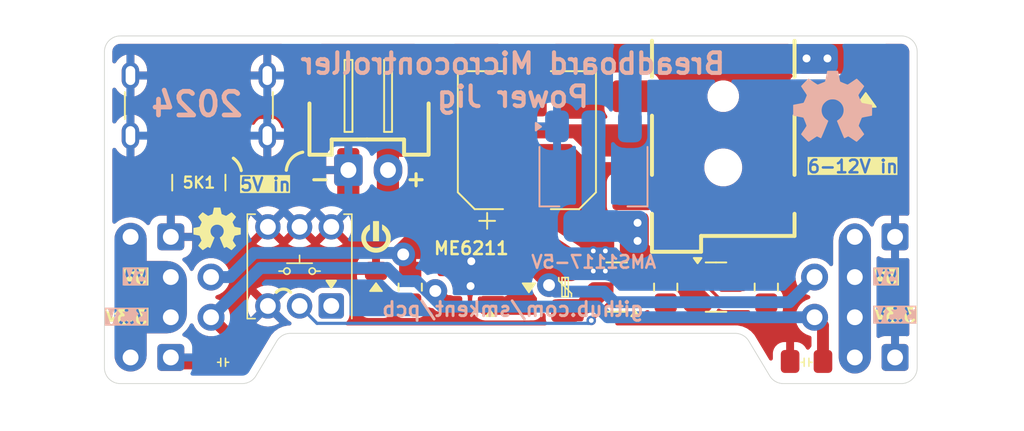
<source format=kicad_pcb>
(kicad_pcb (version 20240108) (generator "pcbnew") (generator_version "8.0")
  (layers (0 "F.Cu" signal) (31 "B.Cu" signal) (34 "B.Paste" user) (35 "F.Paste" user) (36 "B.SilkS" user "B.Silkscreen") (37 "F.SilkS" user "F.Silkscreen") (38 "B.Mask" user) (39 "F.Mask" user) (44 "Edge.Cuts" user))
  (net 0 "")
  (net 1 "GND")
  (net 2 "VOUT_LEFT")
  (net 3 "VOUT_RIGHT")
  (net 4 "Net-(J0-CC2)")
  (net 5 "Net-(J0-CC1)")
  (net 6 "Net-(Q1-G)")
  (net 7 "VIN_DC")
  (net 8 "Net-(D3-A)")
  (net 9 "VIN")
  (net 11 "DC_JACK_SWITCH")
  (net 12 "5V_OUT")
  (net 13 "3V3_OUT")
  (net 14 "PRE_FUSE")
  (net 15 "REG_5V")
  (net 16 "DC_IN_DIODE")
  (net 17 "TO_3V3_DIODE")
  (footprint "lcsc:SW-TH_6P-L7.0-W7.0-P2.00_90deg" (layer "F.Cu") (at 191.008 90.765 -90)
    (property "Reference" "SW1" (hide yes))
    (property "Value" "SW_DPDT_x2")
    (pad "1" thru_hole roundrect (at 2.5 -2) (size 1.6 1.6) (drill 0.999998) (layers "*.Cu" "*.Mask") (roundrect_rratio 0.15625))
    (pad "2" thru_hole circle (at 2.5 0) (size 1.6 1.6) (drill 0.999998) (layers "*.Cu" "*.Mask") (net 6 "Net-(Q1-G)"))
    (pad "3" thru_hole circle (at 2.5 2) (size 1.6 1.6) (drill 0.999998) (layers "*.Cu" "*.Mask") (net 1 "GND"))
    (pad "4" thru_hole circle (at -2.5 -2) (size 1.6 1.6) (drill 0.999998) (layers "*.Cu" "*.Mask") (net 1 "GND"))
    (pad "5" thru_hole circle (at -2.5 0) (size 1.6 1.6) (drill 0.999998) (layers "*.Cu" "*.Mask") (net 1 "GND"))
    (pad "6" thru_hole circle (at -2.5 2) (size 1.6 1.6) (drill 0.999998) (layers "*.Cu" "*.Mask") (net 1 "GND"))
  )
  (footprint "custom:D_SOD-323_HandSoldering_simple" (layer "F.Cu") (at 205.486 92.075 90)
    (property "Reference" "D2" (hide yes))
    (property "Value" "BAT60A")
    (pad "1" smd roundrect (at -1.25 0 90) (size 1 1) (layers "F.Cu" "F.Paste" "F.Mask") (net 17 "TO_3V3_DIODE"))
    (pad "2" smd roundrect (at 1.25 0 90) (size 1 1) (layers "F.Cu" "F.Paste" "F.Mask") (net 12 "5V_OUT"))
  )
  (footprint "custom:DC-IN_DC-050-2.0-BB_rev2" (layer "F.Cu") (at 217.7542 82.91)
    (property "Reference" "J1" (hide yes))
    (property "Value" "Barrel_Jack_Switch")
    (pad "" np_thru_hole circle (at 0 -2.9 270) (size 1.5 1.5) (drill 1.5) (layers "F&B.Cu" "*.Mask"))
    (pad "" np_thru_hole circle (at 0 1.6 270) (size 1.9 1.9) (drill 1.9) (layers "F&B.Cu" "*.Mask"))
    (pad "1" smd roundrect (at 5.75 -2.9 270) (size 2 2.5) (layers "F.Cu" "F.Paste" "F.Mask") (roundrect_rratio 0.125) (net 7 "VIN_DC"))
    (pad "1" smd roundrect (at 5.75 3.3 270) (size 2 2.5) (layers "F.Cu" "F.Paste" "F.Mask") (roundrect_rratio 0.125) (net 7 "VIN_DC"))
    (pad "2" smd roundrect (at -5.75 -2.9 270) (size 2 2.5) (layers "F.Cu" "F.Paste" "F.Mask") (roundrect_rratio 0.125) (net 1 "GND"))
    (pad "3" smd roundrect (at -5.75 3.3 270) (size 2 2.5) (layers "F.Cu" "F.Paste" "F.Mask") (roundrect_rratio 0.125) (net 11 "DC_JACK_SWITCH"))
  )
  (footprint "custom:C_0805_2012Metric_Pad1.18x1.45mm_HandSolder" (layer "F.Cu") (at 223.012 96.774 180)
    (property "Reference" "C3" (hide yes))
    (property "Value" "22uF")
    (pad "1" smd roundrect (at -1.0375 0 180) (size 1.175 1.45) (layers "F.Cu" "F.Paste" "F.Mask") (roundrect_rratio 0.212766) (net 13 "3V3_OUT"))
    (pad "2" smd roundrect (at 1.0375 0 180) (size 1.175 1.45) (layers "F.Cu" "F.Paste" "F.Mask") (roundrect_rratio 0.212766) (net 1 "GND"))
  )
  (footprint "Capacitor_SMD:CP_Elec_8x10.5" (layer "F.Cu") (at 205.359 82.787 90)
    (property "Reference" "C1" (hide yes))
    (property "Value" "1000uF")
    (pad "1" smd roundrect (at -3.7 0 90) (size 4.4 2.5) (layers "F.Cu" "F.Paste" "F.Mask") (roundrect_rratio 0.1) (net 12 "5V_OUT"))
    (pad "2" smd roundrect (at 3.7 0 90) (size 4.4 2.5) (layers "F.Cu" "F.Paste" "F.Mask") (roundrect_rratio 0.1) (net 1 "GND"))
  )
  (footprint "custom:LED_0805_2012Metric_Pad1.15x1.40mm_HandSolder_simple" (layer "F.Cu") (at 195.834 92.075 -90)
    (property "Reference" "D3" (hide yes))
    (property "Value" "LED")
    (pad "1" smd roundrect (at -1.025 0 270) (size 1.15 1.4) (layers "F.Cu" "F.Paste" "F.Mask") (roundrect_rratio 0.217391) (net 1 "GND"))
    (pad "2" smd roundrect (at 1.025 0 270) (size 1.15 1.4) (layers "F.Cu" "F.Paste" "F.Mask") (roundrect_rratio 0.217391) (net 8 "Net-(D3-A)"))
  )
  (footprint "graphics:oshw-logo-3mm" (layer "F.Cu") (at 185.801 88.392)
    (property "Reference" "G***" (hide yes))
    (property "Value" "LOGO" (hide yes))
  )
  (footprint "Package_TO_SOT_SMD:SOT-23" (layer "F.Cu") (at 211.0255 92.075 180)
    (property "Reference" "Q1" (hide yes))
    (property "Value" "AO3401A")
    (pad "1" smd roundrect (at -0.9375 -0.95 180) (size 1.475 0.6) (layers "F.Cu" "F.Paste" "F.Mask") (net 6 "Net-(Q1-G)"))
    (pad "2" smd roundrect (at -0.9375 0.95 180) (size 1.475 0.6) (layers "F.Cu" "F.Paste" "F.Mask") (net 15 "REG_5V"))
    (pad "3" smd roundrect (at 0.9375 0 180) (size 1.475 0.6) (layers "F.Cu" "F.Paste" "F.Mask") (net 14 "PRE_FUSE"))
  )
  (footprint "custom:PinHeader_2x02_P2.54mm_Vertical_simple" (layer "F.Cu") (at 182.88 91.44)
    (property "Reference" "JLEFT2" (hide yes))
    (property "Value" "Conn_02x02_Counter_Clockwise")
    (pad "1" thru_hole circle (at 0 0) (size 1.7 1.7) (drill 1) (layers "*.Cu" "*.Mask") (net 2 "VOUT_LEFT"))
    (pad "2" thru_hole oval (at 2.54 0) (size 1.7 1.7) (drill 1) (layers "*.Cu" "*.Mask") (net 12 "5V_OUT"))
    (pad "3" thru_hole oval (at 0 2.54) (size 1.7 1.7) (drill 1) (layers "*.Cu" "*.Mask") (net 2 "VOUT_LEFT"))
    (pad "4" thru_hole oval (at 2.54 2.54) (size 1.7 1.7) (drill 1) (layers "*.Cu" "*.Mask") (net 13 "3V3_OUT"))
  )
  (footprint "Resistor_SMD:R_0805_2012Metric_Pad1.20x1.40mm_HandSolder" (layer "F.Cu") (at 214.122 92.075 -90)
    (property "Reference" "R2" (hide yes))
    (property "Value" "10K")
    (pad "1" smd roundrect (at -1 0 270) (size 1.2 1.4) (layers "F.Cu" "F.Paste" "F.Mask") (roundrect_rratio 0.208333) (net 15 "REG_5V"))
    (pad "2" smd roundrect (at 1 0 270) (size 1.2 1.4) (layers "F.Cu" "F.Paste" "F.Mask") (roundrect_rratio 0.208333) (net 6 "Net-(Q1-G)"))
  )
  (footprint "Resistor_SMD:R_0805_2012Metric_Pad1.20x1.40mm_HandSolder" (layer "F.Cu") (at 220.472 92.075 90)
    (property "Reference" "R1" (hide yes))
    (property "Value" "10K")
    (pad "1" smd roundrect (at -1 0 90) (size 1.2 1.4) (layers "F.Cu" "F.Paste" "F.Mask") (roundrect_rratio 0.208333) (net 11 "DC_JACK_SWITCH"))
    (pad "2" smd roundrect (at 1 0 90) (size 1.2 1.4) (layers "F.Cu" "F.Paste" "F.Mask") (roundrect_rratio 0.208333) (net 9 "VIN"))
  )
  (footprint "custom:Fuse_1206_3216Metric_Pad1.42x1.75mm_HandSolder_simple" (layer "F.Cu") (at 207.772 92.075 90)
    (property "Reference" "F1" (hide yes))
    (property "Value" "Polyfuse")
    (pad "1" smd roundrect (at -1.4875 0 90) (size 1.425 1.75) (layers "F.Cu" "F.Paste" "F.Mask") (roundrect_rratio 0.175439) (net 14 "PRE_FUSE"))
    (pad "2" smd roundrect (at 1.4875 0 90) (size 1.425 1.75) (layers "F.Cu" "F.Paste" "F.Mask") (roundrect_rratio 0.175439) (net 12 "5V_OUT"))
  )
  (footprint "Package_TO_SOT_SMD:SOT-23" (layer "F.Cu") (at 217.297 92.075)
    (property "Reference" "Q2" (hide yes))
    (property "Value" "AO3401A")
    (pad "1" smd roundrect (at -0.9375 -0.95) (size 1.475 0.6) (layers "F.Cu" "F.Paste" "F.Mask") (net 11 "DC_JACK_SWITCH"))
    (pad "2" smd roundrect (at -0.9375 0.95) (size 1.475 0.6) (layers "F.Cu" "F.Paste" "F.Mask") (net 15 "REG_5V"))
    (pad "3" smd roundrect (at 0.9375 0) (size 1.475 0.6) (layers "F.Cu" "F.Paste" "F.Mask") (net 9 "VIN"))
  )
  (footprint "custom:D_SMA_simple" (layer "F.Cu") (at 226.7362 80.264 -90)
    (property "Reference" "D1" (hide yes))
    (property "Value" "SS34")
    (pad "1" smd roundrect (at -2 0 270) (size 2.5 1.8) (layers "F.Cu" "F.Paste" "F.Mask") (roundrect_rratio 0.1388888889) (net 16 "DC_IN_DIODE"))
    (pad "2" smd roundrect (at 2 0 270) (size 2.5 1.8) (layers "F.Cu" "F.Paste" "F.Mask") (roundrect_rratio 0.1388888889) (net 7 "VIN_DC"))
  )
  (footprint "Resistor_SMD:R_0805_2012Metric_Pad1.20x1.40mm_HandSolder" (layer "F.Cu") (at 197.993 92.075 -90)
    (property "Reference" "R6" (hide yes))
    (property "Value" "2K2")
    (pad "1" smd roundrect (at -1 0 270) (size 1.2 1.4) (layers "F.Cu" "F.Paste" "F.Mask") (roundrect_rratio 0.208333) (net 12 "5V_OUT"))
    (pad "2" smd roundrect (at 1 0 270) (size 1.2 1.4) (layers "F.Cu" "F.Paste" "F.Mask") (roundrect_rratio 0.208333) (net 8 "Net-(D3-A)"))
  )
  (footprint "custom:SOT-23-5_HandSoldering_simple" (layer "F.Cu") (at 201.85 92.009 180)
    (property "Reference" "U2" (hide yes))
    (property "Value" "ME6211C33M5")
    (pad "1" smd roundrect (at -1.35 -0.95 180) (size 1.56 0.65) (layers "F.Cu" "F.Paste" "F.Mask") (net 17 "TO_3V3_DIODE"))
    (pad "2" smd roundrect (at -1.35 0 180) (size 1.56 0.65) (layers "F.Cu" "F.Paste" "F.Mask") (net 1 "GND"))
    (pad "3" smd roundrect (at -1.35 0.95 180) (size 1.56 0.65) (layers "F.Cu" "F.Paste" "F.Mask") (net 17 "TO_3V3_DIODE"))
    (pad "4" smd roundrect (at 1.35 0.95 180) (size 1.56 0.65) (layers "F.Cu" "F.Paste" "F.Mask"))
    (pad "5" smd roundrect (at 1.35 -0.95 180) (size 1.56 0.65) (layers "F.Cu" "F.Paste" "F.Mask") (net 13 "3V3_OUT"))
  )
  (footprint "custom:C_0805_2012Metric_Pad1.18x1.45mm_HandSolder" (layer "F.Cu") (at 186.182 96.774 180)
    (property "Reference" "C2" (hide yes))
    (property "Value" "22uF")
    (pad "1" smd roundrect (at -1.0375 0 180) (size 1.175 1.45) (layers "F.Cu" "F.Paste" "F.Mask") (roundrect_rratio 0.212766) (net 13 "3V3_OUT"))
    (pad "2" smd roundrect (at 1.0375 0 180) (size 1.175 1.45) (layers "F.Cu" "F.Paste" "F.Mask") (roundrect_rratio 0.212766) (net 1 "GND"))
  )
  (footprint "Resistor_SMD:R_Array_Convex_4x0603" (layer "F.Cu") (at 184.6484 85.471 -90)
    (property "Reference" "RN1" (hide yes))
    (property "Value" "5K1")
    (pad "1" smd rect (at -0.9 -1.2 270) (size 0.8 0.5) (layers "F.Cu" "F.Paste" "F.Mask") (net 1 "GND"))
    (pad "2" smd rect (at -0.9 -0.4 270) (size 0.8 0.4) (layers "F.Cu" "F.Paste" "F.Mask") (net 5 "Net-(J0-CC1)"))
    (pad "3" smd rect (at -0.9 0.4 270) (size 0.8 0.4) (layers "F.Cu" "F.Paste" "F.Mask") (net 4 "Net-(J0-CC2)"))
    (pad "4" smd rect (at -0.9 1.2 270) (size 0.8 0.5) (layers "F.Cu" "F.Paste" "F.Mask") (net 1 "GND"))
    (pad "5" smd rect (at 0.9 1.2 270) (size 0.8 0.5) (layers "F.Cu" "F.Paste" "F.Mask") (net 1 "GND"))
    (pad "6" smd rect (at 0.9 0.4 270) (size 0.8 0.4) (layers "F.Cu" "F.Paste" "F.Mask") (net 1 "GND"))
    (pad "7" smd rect (at 0.9 -0.4 270) (size 0.8 0.4) (layers "F.Cu" "F.Paste" "F.Mask") (net 1 "GND"))
    (pad "8" smd rect (at 0.9 -1.2 270) (size 0.8 0.5) (layers "F.Cu" "F.Paste" "F.Mask") (net 1 "GND"))
  )
  (footprint "custom:PinHeader_2x02_P2.54mm_Vertical_simple" (layer "F.Cu") (at 223.52 91.44)
    (property "Reference" "JRIGHT2" (hide yes))
    (property "Value" "Conn_02x02_Counter_Clockwise")
    (pad "1" thru_hole circle (at 0 0) (size 1.7 1.7) (drill 1) (layers "*.Cu" "*.Mask") (net 12 "5V_OUT"))
    (pad "2" thru_hole oval (at 2.54 0) (size 1.7 1.7) (drill 1) (layers "*.Cu" "*.Mask") (net 3 "VOUT_RIGHT"))
    (pad "3" thru_hole oval (at 0 2.54) (size 1.7 1.7) (drill 1) (layers "*.Cu" "*.Mask") (net 13 "3V3_OUT"))
    (pad "4" thru_hole oval (at 2.54 2.54) (size 1.7 1.7) (drill 1) (layers "*.Cu" "*.Mask") (net 3 "VOUT_RIGHT"))
  )
  (footprint "custom:USB_C_Receptacle_GCT_USB4125-xx-x_6P_TopMnt_Horizontal_handsolder" (layer "F.Cu") (at 184.6504 79.502 180)
    (property "Reference" "J0" (hide yes))
    (property "Value" "USB_C_Receptacle_PowerOnly_6P")
    (pad "A5" smd roundrect (at -0.5 -3.28 180) (size 0.7 1.6) (layers "F.Cu" "F.Paste" "F.Mask") (net 5 "Net-(J0-CC1)"))
    (pad "A9" smd roundrect (at 1.52 -3.28) (size 0.76 1.6) (layers "F.Cu" "F.Paste" "F.Mask") (net 9 "VIN"))
    (pad "A12" smd roundrect (at 2.75 -3.28) (size 0.8 1.6) (layers "F.Cu" "F.Paste" "F.Mask") (net 1 "GND"))
    (pad "B5" smd roundrect (at 0.5 -3.28) (size 0.7 1.6) (layers "F.Cu" "F.Paste" "F.Mask") (net 4 "Net-(J0-CC2)"))
    (pad "B9" smd roundrect (at -1.52 -3.28 180) (size 0.76 1.6) (layers "F.Cu" "F.Paste" "F.Mask") (net 9 "VIN"))
    (pad "B12" smd roundrect (at -2.75 -3.28 180) (size 0.8 1.6) (layers "F.Cu" "F.Paste" "F.Mask") (net 1 "GND"))
    (pad "S1" thru_hole oval (at -4.32 -3 180) (size 1.1 1.7) (drill oval 0.6 1.2) (layers "*.Cu" "*.Mask" "F.Paste") (net 1 "GND"))
    (pad "S1" thru_hole oval (at -4.32 0.8 180) (size 1.1 1.7) (drill oval 0.6 1.2) (layers "*.Cu" "*.Mask" "F.Paste") (net 1 "GND"))
    (pad "S1" thru_hole oval (at 4.32 -3 180) (size 1.1 1.7) (drill oval 0.6 1.2) (layers "*.Cu" "*.Mask" "F.Paste") (net 1 "GND"))
    (pad "S1" thru_hole oval (at 4.32 0.8 180) (size 1.1 1.7) (drill oval 0.6 1.2) (layers "*.Cu" "*.Mask" "F.Paste") (net 1 "GND"))
  )
  (footprint "custom:JST_XH_S2B-XH-2AW_1x02_P2.50mm_TH-or-SMD_pad2gnd_trim" (layer "F.Cu") (at 195.3404 84.678 180)
    (property "Reference" "J2" (hide yes))
    (property "Value" "Conn_01x02")
    (pad "1" thru_hole oval (at -1.25 0 180) (size 1.8 2) (drill 1) (layers "*.Cu" "*.Mask") (net 9 "VIN"))
    (pad "1" smd roundrect (at -1.2446 -0.508) (size 1.4 3.8) (layers "F.Cu" "F.Paste" "F.Mask") (roundrect_rratio 0.1785714286) (net 9 "VIN"))
    (pad "2" thru_hole roundrect (at 1.25 0 180) (size 1.8 2) (drill 1) (layers "*.Cu" "*.Mask") (roundrect_rratio 0.1388888889) (net 1 "GND"))
    (pad "2" smd roundrect (at 1.2554 -0.508) (size 1.4 3.8) (layers "F.Cu" "F.Paste" "F.Mask") (roundrect_rratio 0.1785714286) (net 1 "GND"))
    (pad "3" smd roundrect (at 4.2054 6.192) (size 1.6 3.5) (layers "F.Cu" "F.Paste" "F.Mask") (roundrect_rratio 0.15625))
    (pad "4" smd roundrect (at -4.1946 6.192) (size 1.6 3.5) (layers "F.Cu" "F.Paste" "F.Mask") (roundrect_rratio 0.15625))
  )
  (footprint "graphics:icon-power-2mm" (layer "F.Cu") (at 195.834 88.9)
    (property "Reference" "G***" (hide yes))
    (property "Value" "LOGO" (hide yes))
  )
  (footprint "custom:PinHeader_1x02_P2.54mm_Vertical_simple_pad2gnd" (layer "B.Cu") (at 180.34 96.52 -90)
    (property "Reference" "JLEFT1" (hide yes))
    (property "Value" "Conn_01x02")
    (pad "1" thru_hole oval (at 0 0 270) (size 1.7 1.7) (drill 1) (layers "*.Cu" "*.Mask") (net 2 "VOUT_LEFT"))
    (pad "2" thru_hole roundrect (at 0 -2.54 270) (size 1.7 1.7) (drill 1) (layers "*.Cu" "*.Mask") (roundrect_rratio 0.1470588235) (net 1 "GND"))
  )
  (footprint "custom:PinHeader_1x02_P2.54mm_Vertical_simple_pad2gnd" (layer "B.Cu") (at 180.34 88.9 -90)
    (property "Reference" "JLEFT0" (hide yes))
    (property "Value" "Conn_01x02")
    (pad "1" thru_hole oval (at 0 0 270) (size 1.7 1.7) (drill 1) (layers "*.Cu" "*.Mask") (net 2 "VOUT_LEFT"))
    (pad "2" thru_hole roundrect (at 0 -2.54 270) (size 1.7 1.7) (drill 1) (layers "*.Cu" "*.Mask") (roundrect_rratio 0.1470588235) (net 1 "GND"))
  )
  (footprint "Package_TO_SOT_SMD:SOT-223-3_TabPin2" (layer "B.Cu") (at 209.5614 85.0646 -90)
    (property "Reference" "U1" (hide yes))
    (property "Value" "AMS1117-5.0")
    (pad "1" smd roundrect (at -3.15 2.3 270) (size 2 1.5) (layers "B.Cu" "B.Paste" "B.Mask") (net 1 "GND"))
    (pad "2" smd roundrect (at -3.15 0 270) (size 2 1.5) (layers "B.Cu" "B.Paste" "B.Mask") (net 15 "REG_5V"))
    (pad "2" smd roundrect (at 3.15 0 270) (size 2 3.8) (layers "B.Cu" "B.Paste" "B.Mask") (net 15 "REG_5V"))
    (pad "3" smd roundrect (at -3.15 -2.3 270) (size 2 1.5) (layers "B.Cu" "B.Paste" "B.Mask") (net 16 "DC_IN_DIODE"))
  )
  (footprint "custom:PinHeader_1x02_P2.54mm_Vertical_simple_pad2gnd" (layer "B.Cu") (at 226.06 96.52 -90)
    (property "Reference" "JRIGHT1" (hide yes))
    (property "Value" "Conn_01x02")
    (pad "1" thru_hole oval (at 0 0 270) (size 1.7 1.7) (drill 1) (layers "*.Cu" "*.Mask") (net 3 "VOUT_RIGHT"))
    (pad "2" thru_hole roundrect (at 0 -2.54 270) (size 1.7 1.7) (drill 1) (layers "*.Cu" "*.Mask") (roundrect_rratio 0.1470588235) (net 1 "GND"))
  )
  (footprint "graphics:oshw-logo-5mm" (layer "B.Cu") (at 224.663 80.645 180)
    (property "Reference" "G***" (hide yes))
    (property "Value" "LOGO" (hide yes))
  )
  (footprint "custom:PinHeader_1x02_P2.54mm_Vertical_simple_pad2gnd" (layer "B.Cu") (at 226.06 88.9 -90)
    (property "Reference" "JRIGHT0" (hide yes))
    (property "Value" "Conn_01x02")
    (pad "1" thru_hole oval (at 0 0 270) (size 1.7 1.7) (drill 1) (layers "*.Cu" "*.Mask") (net 3 "VOUT_RIGHT"))
    (pad "2" thru_hole roundrect (at 0 -2.54 270) (size 1.7 1.7) (drill 1) (layers "*.Cu" "*.Mask") (roundrect_rratio 0.1470588235) (net 1 "GND"))
  )
  (gr_arc (start 186.82771 83.92651) (mid 187.149317 84.271386) (end 187.325 84.709) (stroke (width 0.2)) (layer "F.SilkS"))
  (gr_arc (start 190.170726 84.688112) (mid 190.5 83.947) (end 191.205448 83.546985) (stroke (width 0.2)) (layer "F.SilkS"))
  (gr_arc (start 189.539665 92.40403) (mid 189.992 92.202) (end 190.442775 92.407558) (stroke (width 0.2)) (layer "F.SilkS"))
  (gr_poly (pts (arc (start 187.39381 98.171) (mid 187.886509 98.041199) (end 188.251303 97.685495)) (arc (start 189.573697 95.481504) (mid 189.938491 95.1258) (end 190.43119 94.996)) (arc (start 218.50881 94.996) (mid 219.001509 95.1258) (end 219.366303 95.481504)) (arc (start 220.688697 97.685495) (mid 221.053491 98.0412) (end 221.54619 98.171)) (arc (start 228.997 98.171) (mid 229.704107 97.878107) (end 229.997 97.171)) (arc (start 229.997 77.2) (mid 229.704107 76.492893) (end 228.997 76.2)) (arc (start 179.689 76.2) (mid 178.981893 76.492893) (end 178.689 77.2)) (arc (start 178.689 97.171) (mid 178.981893 97.878107) (end 179.689 98.171))) (stroke (width 0.05)) (fill none) (layer "Edge.Cuts"))
  (gr_text "3.3V" (at 181.483 93.98 0) (layer "B.SilkS" knockout) (effects (font (size 0.8 0.8) (thickness 0.16) (bold yes)) (justify left mirror)))
  (gr_text "2024" (at 184.531 80.518 0) (layer "B.SilkS") (effects (font (size 1.5 1.5) (thickness 0.3) (bold yes)) (justify mirror)))
  (gr_text "5V" (at 227.203 91.44 0) (layer "B.SilkS" knockout) (effects (font (size 0.8 0.8) (thickness 0.16) (bold yes)) (justify right mirror)))
  (gr_text "Breadboard Microcontroller\nPower Jig" (at 204.47 78.994 0) (layer "B.SilkS") (effects (font (size 1.3 1.3) (thickness 0.26) (bold yes)) (justify mirror)))
  (gr_text "5V" (at 181.483 91.44 0) (layer "B.SilkS" knockout) (effects (font (size 0.8 0.8) (thickness 0.16) (bold yes)) (justify left mirror)))
  (gr_text "github.com/smkent/pcb" (at 204.47 93.472 0) (layer "B.SilkS") (effects (font (size 0.9 0.9) (thickness 0.18) (bold yes)) (justify mirror)))
  (gr_text "3.3V" (at 227.203 93.853 0) (layer "B.SilkS" knockout) (effects (font (size 0.8 0.8) (thickness 0.16) (bold yes)) (justify right mirror)))
  (gr_text "AMS1117-5V" (at 209.578 90.0176 0) (layer "B.SilkS") (effects (font (size 0.8 0.8) (thickness 0.16) (bold yes)) (justify top mirror)))
  (gr_text "6-12V in" (at 225.933 84.455 0) (layer "F.SilkS" knockout) (effects (font (size 0.8 0.8) (thickness 0.16) (bold yes))))
  (gr_text "5V" (at 227.203 91.44 0) (layer "F.SilkS" knockout) (effects (font (size 0.8 0.8) (thickness 0.16) (bold yes)) (justify left)))
  (gr_text "5V in" (at 188.849 85.598 0) (layer "F.SilkS" knockout) (effects (font (size 0.8 0.8) (thickness 0.16) (bold yes))))
  (gr_text "5V" (at 181.483 91.44 0) (layer "F.SilkS" knockout) (effects (font (size 0.8 0.8) (thickness 0.16) (bold yes)) (justify right)))
  (gr_text "ME6211" (at 201.85 89.154 0) (layer "F.SilkS") (effects (font (size 0.8 0.8) (thickness 0.16) (bold yes)) (justify top)))
  (gr_text "3.3V" (at 181.483 93.98 0) (layer "F.SilkS" knockout) (effects (font (size 0.8 0.8) (thickness 0.16) (bold yes)) (justify right)))
  (gr_text "5K1" (at 184.658 85.471 0) (layer "F.SilkS") (effects (font (size 0.7 0.7) (thickness 0.14) (bold yes))))
  (gr_text "3.3V" (at 227.203 93.853 0) (layer "F.SilkS" knockout) (effects (font (size 0.8 0.8) (thickness 0.16) (bold yes)) (justify left)))
  (gr_text "-" (at 193.04 85.217 0) (layer "F.SilkS") (effects (font (size 1 1) (thickness 0.2) (bold yes)) (justify right)))
  (gr_text "+" (at 197.612 85.217 0) (layer "F.SilkS") (effects (font (size 1 1) (thickness 0.2) (bold yes)) (justify left)))
  (segment (start 201.97 90.560304) (end 201.97 91.558999) (width 0.5) (layer "F.Cu") (net 1))
  (segment (start 185.1445 96.774) (end 183.134 96.774) (width 1) (layer "F.Cu") (net 1))
  (segment (start 201.97 91.558999) (end 202.420001 92.009) (width 0.5) (layer "F.Cu") (net 1))
  (segment (start 201.85 90.440304) (end 201.97 90.560304) (width 0.5) (layer "F.Cu") (net 1))
  (segment (start 202.420001 92.009) (end 203.2 92.009) (width 0.5) (layer "F.Cu") (net 1))
  (segment (start 183.134 96.774) (end 182.88 96.52) (width 1) (layer "F.Cu") (net 1))
  (via (at 209.55 89.789) (size 0.6) (drill 0.3) (layers "F.Cu" "B.Cu") (net 1))
  (via (at 209.55 91.059) (size 0.6) (drill 0.3) (layers "F.Cu" "B.Cu") (net 1))
  (via (at 201.803 92.009) (size 1) (drill 0.5) (layers "F.Cu" "B.Cu") (net 1))
  (via (at 210.312 91.059) (size 0.6) (drill 0.3) (layers "F.Cu" "B.Cu") (net 1))
  (via (at 210.312 89.789) (size 0.6) (drill 0.3) (layers "F.Cu" "B.Cu") (net 1))
  (via (at 201.85 90.440304) (size 1) (drill 0.5) (layers "F.Cu" "B.Cu") (net 1))
  (segment (start 228.6 88.9) (end 228.727 88.773) (width 0.75) (layer "B.Cu") (net 1))
  (segment (start 184.2484 82.88) (end 184.1504 82.782) (width 0.2) (layer "F.Cu") (net 4))
  (segment (start 184.2484 84.571) (end 184.2484 82.88) (width 0.2) (layer "F.Cu") (net 4))
  (segment (start 185.0484 84.571) (end 185.0484 82.884) (width 0.2) (layer "F.Cu") (net 5))
  (segment (start 185.0484 82.884) (end 185.1504 82.782) (width 0.2) (layer "F.Cu") (net 5))
  (segment (start 214.122 93.075) (end 212.013 93.075) (width 0.2) (layer "F.Cu") (net 6))
  (segment (start 210.5812 93.025) (end 209.423 94.1832) (width 0.2) (layer "F.Cu") (net 6))
  (segment (start 211.963 93.025) (end 210.5812 93.025) (width 0.2) (layer "F.Cu") (net 6))
  (segment (start 212.013 93.075) (end 211.963 93.025) (width 0.2) (layer "F.Cu") (net 6))
  (via (at 209.423 94.1832) (size 0.6) (drill 0.3) (layers "F.Cu" "B.Cu") (net 6))
  (segment (start 209.423 94.1832) (end 209.2412 94.365) (width 0.2) (layer "B.Cu") (net 6))
  (segment (start 209.2412 94.365) (end 192.108 94.365) (width 0.2) (layer "B.Cu") (net 6))
  (segment (start 192.108 94.365) (end 191.008 93.265) (width 0.2) (layer "B.Cu") (net 6))
  (segment (start 195.834 93.1) (end 197.968 93.1) (width 0.75) (layer "F.Cu") (net 8))
  (segment (start 197.968 93.1) (end 197.993 93.075) (width 0.75) (layer "F.Cu") (net 8))
  (segment (start 186.1704 82.782) (end 186.1704 82.110442) (width 0.75) (layer "F.Cu") (net 9))
  (segment (start 186.1704 82.110442) (end 187.203842 81.077) (width 0.75) (layer "F.Cu") (net 9))
  (segment (start 194.615 81.077) (end 196.5904 83.0524) (width 0.75) (layer "F.Cu") (net 9))
  (segment (start 183.1304 82.782) (end 183.1304 81.93649) (width 0.75) (layer "F.Cu") (net 9))
  (segment (start 196.5904 83.0524) (end 196.5904 84.678) (width 0.75) (layer "F.Cu") (net 9))
  (segment (start 183.1304 81.93649) (end 183.65989 81.407) (width 0.75) (layer "F.Cu") (net 9))
  (segment (start 186.1704 81.93649) (end 186.1704 82.782) (width 0.75) (layer "F.Cu") (net 9))
  (segment (start 187.203842 81.077) (end 194.615 81.077) (width 0.75) (layer "F.Cu") (net 9))
  (segment (start 185.64091 81.407) (end 186.1704 81.93649) (width 0.75) (layer "F.Cu") (net 9))
  (segment (start 183.65989 81.407) (end 185.64091 81.407) (width 0.75) (layer "F.Cu") (net 9))
  (segment (start 217.789 93.075) (end 216.3595 91.6455) (width 0.2) (layer "F.Cu") (net 11))
  (segment (start 215.839 91.125) (end 214.889 90.175) (width 0.2) (layer "F.Cu") (net 11))
  (segment (start 220.472 93.075) (end 217.789 93.075) (width 0.2) (layer "F.Cu") (net 11))
  (segment (start 213.614 86.868) (end 212.956 86.21) (width 0.2) (layer "F.Cu") (net 11))
  (segment (start 216.3595 91.125) (end 215.839 91.125) (width 0.2) (layer "F.Cu") (net 11))
  (segment (start 213.614 89.535) (end 213.614 86.868) (width 0.2) (layer "F.Cu") (net 11))
  (segment (start 216.3595 91.6455) (end 216.3595 91.125) (width 0.2) (layer "F.Cu") (net 11))
  (segment (start 214.254 90.175) (end 213.614 89.535) (width 0.2) (layer "F.Cu") (net 11))
  (segment (start 212.956 86.21) (end 212.0042 86.21) (width 0.2) (layer "F.Cu") (net 11))
  (segment (start 214.889 90.175) (end 214.254 90.175) (width 0.2) (layer "F.Cu") (net 11))
  (segment (start 197.993 89.916) (end 197.993 91.075) (width 0.75) (layer "F.Cu") (net 12))
  (segment (start 206.756 91.948) (end 205.633 90.825) (width 0.75) (layer "F.Cu") (net 12))
  (segment (start 197.549413 90.007859) (end 197.901141 90.007859) (width 0.75) (layer "F.Cu") (net 12))
  (segment (start 205.633 90.825) (end 205.486 90.825) (width 0.75) (layer "F.Cu") (net 12))
  (segment (start 197.901141 90.007859) (end 197.993 89.916) (width 0.75) (layer "F.Cu") (net 12))
  (via (at 206.756 91.948) (size 1.5) (drill 0.75) (layers "F.Cu" "B.Cu") (net 12))
  (via (at 197.549413 90.007859) (size 1.5) (drill 0.75) (layers "F.Cu" "B.Cu") (net 12))
  (segment (start 221.93 93.03) (end 223.52 91.44) (width 0.75) (layer "B.Cu") (net 12))
  (segment (start 210.886 93.03) (end 221.93 93.03) (width 0.75) (layer "B.Cu") (net 12))
  (segment (start 207.1662 92.3582) (end 210.2142 92.3582) (width 0.75) (layer "B.Cu") (net 12))
  (segment (start 206.756 91.948) (end 207.1662 92.3582) (width 0.75) (layer "B.Cu") (net 12))
  (segment (start 188.140497 89.916) (end 186.616497 91.44) (width 0.75) (layer "B.Cu") (net 12))
  (segment (start 197.549413 90.007859) (end 197.457554 89.916) (width 0.75) (layer "B.Cu") (net 12))
  (segment (start 186.616497 91.44) (end 185.42 91.44) (width 0.75) (layer "B.Cu") (net 12))
  (segment (start 210.2142 92.3582) (end 210.886 93.03) (width 0.75) (layer "B.Cu") (net 12))
  (segment (start 197.457554 89.916) (end 188.140497 89.916) (width 0.75) (layer "B.Cu") (net 12))
  (segment (start 224.0495 96.774) (end 224.0495 94.5095) (width 0.75) (layer "F.Cu") (net 13))
  (segment (start 224.0495 94.5095) (end 223.52 93.98) (width 0.75) (layer "F.Cu") (net 13))
  (segment (start 187.2195 95.7795) (end 185.42 93.98) (width 0.75) (layer "F.Cu") (net 13))
  (segment (start 200.5 92.959) (end 200.216322 92.959) (width 0.75) (layer "F.Cu") (net 13))
  (segment (start 200.216322 92.959) (end 199.57739 92.320068) (width 0.75) (layer "F.Cu") (net 13))
  (segment (start 187.2195 96.774) (end 187.2195 95.7795) (width 0.75) (layer "F.Cu") (net 13))
  (via (at 199.57739 92.320068) (size 1.5) (drill 0.75) (layers "F.Cu" "B.Cu") (net 13))
  (segment (start 199.57739 92.320068) (end 199.57739 92.869652) (width 0.75) (layer "B.Cu") (net 13))
  (segment (start 199.57739 92.320068) (end 199.027806 92.320068) (width 0.75) (layer "B.Cu") (net 13))
  (segment (start 185.42 93.98) (end 188.534 90.866) (width 0.75) (layer "B.Cu") (net 13))
  (segment (start 200.015938 93.3082) (end 209.7926 93.3082) (width 0.75) (layer "B.Cu") (net 13))
  (segment (start 197.36472 91.697) (end 198.12 91.697) (width 0.75) (layer "B.Cu") (net 13))
  (segment (start 210.4644 93.98) (end 223.52 93.98) (width 0.75) (layer "B.Cu") (net 13))
  (segment (start 199.027806 92.320068) (end 198.404738 91.697) (width 0.75) (layer "B.Cu") (net 13))
  (segment (start 196.53372 90.866) (end 197.36472 91.697) (width 0.75) (layer "B.Cu") (net 13))
  (segment (start 199.57739 92.869652) (end 200.015938 93.3082) (width 0.75) (layer "B.Cu") (net 13))
  (segment (start 198.12 91.697) (end 198.404738 91.697) (width 0.75) (layer "B.Cu") (net 13))
  (segment (start 198.404738 91.697) (end 200.015938 93.3082) (width 0.75) (layer "B.Cu") (net 13))
  (segment (start 188.534 90.866) (end 196.53372 90.866) (width 0.75) (layer "B.Cu") (net 13))
  (segment (start 209.7926 93.3082) (end 210.4644 93.98) (width 0.75) (layer "B.Cu") (net 13))
  (via (at 212.344 89.154) (size 1) (drill 0.5) (layers "F.Cu" "B.Cu") (net 15))
  (via (at 212.344 88.011) (size 1) (drill 0.5) (layers "F.Cu" "B.Cu") (net 15))
  (via (at 224.3328 77.6224) (size 1) (drill 0.5) (layers "F.Cu" "B.Cu") (net 16))
  (via (at 223.012 77.6224) (size 1) (drill 0.5) (layers "F.Cu" "B.Cu") (net 16))
  (zone (net 16) (net_name "DC_IN_DIODE") (layer "F.Cu") (priority 9) (connect_pads yes (clearance 0.35)) (min_thickness 0.25) (fill yes (thermal_gap 0.5) (thermal_bridge_width 0.5) (smoothing fillet) (radius 0.5))
    (polygon (pts (xy 227.6348 79.502) (xy 227.6348 76.708) (xy 222.25 76.708) (xy 222.25 78.5876) (xy 225.8568 78.5876) (xy 225.8568 79.502)))
  )
  (zone (net 9) (net_name "VIN") (layer "F.Cu") (priority 12) (connect_pads yes (clearance 0.35)) (min_thickness 0.25) (fill yes (thermal_gap 0.5) (thermal_bridge_width 0.5) (smoothing fillet) (radius 0.5))
    (polygon (pts (xy 182.753 83.566) (xy 186.563 83.566) (xy 186.563 82.042) (xy 194.945 82.042) (xy 196.723 83.82) (xy 201.295 83.947) (xy 202.565 82.677) (xy 208.28 82.677) (xy 209.423 83.82) (xy 212.217 83.82) (xy 213.995 85.471) (xy 213.995 89.535) (xy 215.138 90.551) (xy 217.551 90.551) (xy 217.551 92.329) (xy 219.075 92.329) (xy 221.234 91.567) (xy 221.234 90.551) (xy 219.456 90.551) (xy 219.456 89.281) (xy 216.281 89.281) (xy 215.392 88.392) (xy 215.392 83.693) (xy 213.487 81.788) (xy 209.169 81.788) (xy 197.104 81.788) (xy 195.072 80.01) (xy 192.278 80.01) (xy 192.278 80.01) (xy 182.753 80.01)))
  )
  (zone (net 14) (net_name "PRE_FUSE") (layer "F.Cu") (priority 3) (connect_pads yes (clearance 0)) (min_thickness 0.25) (fill yes (thermal_gap 0.5) (thermal_bridge_width 0.5) (smoothing fillet) (radius 0.5))
    (polygon (pts (xy 206.883 94.234) (xy 210.82 94.234) (xy 210.82 91.7702) (xy 209.3468 91.7702) (xy 208.6356 92.837) (xy 206.883 92.837)))
  )
  (zone (net 12) (net_name "5V_OUT") (layer "F.Cu") (priority 5) (connect_pads yes (clearance 0.35)) (min_thickness 0.25) (fill yes (thermal_gap 0.5) (thermal_bridge_width 0.5) (smoothing fillet) (radius 0.5))
    (polygon (pts (xy 204.597 90.297) (xy 204.597 91.694) (xy 208.661 91.694) (xy 208.661 89.916) (xy 206.756 88.646) (xy 206.756 84.201) (xy 204.089 84.201) (xy 204.089 87.884) (xy 203.581 88.392) (xy 198.12 88.392) (xy 196.85 89.662) (xy 196.85 90.297) (xy 204.089 90.297)))
  )
  (zone (net 7) (net_name "VIN_DC") (layer "F.Cu") (priority 1) (connect_pads yes (clearance 0)) (min_thickness 0.25) (fill yes (thermal_gap 0.5) (thermal_bridge_width 0.5) (smoothing fillet) (radius 2))
    (polygon (pts (xy 222.25 78.994) (xy 222.25 87.249) (xy 224.7392 87.249) (xy 224.7392 83.5152) (xy 227.6094 83.5152) (xy 227.6094 81.026) (xy 224.7392 81.026) (xy 224.7392 78.994)))
  )
  (zone (net 15) (net_name "REG_5V") (layer "F.Cu") (priority 4) (connect_pads yes (clearance 0)) (min_thickness 0.25) (fill yes (thermal_gap 0.5) (thermal_bridge_width 0.5) (smoothing fillet) (radius 0.5))
    (polygon (pts (xy 215.4428 93.6752) (xy 217.0684 93.6752) (xy 217.0684 91.8464) (xy 215.9508 91.8464) (xy 214.757 90.424) (xy 214.122 90.424) (xy 213.0552 89.408) (xy 213.0552 87.2744) (xy 211.2264 87.2744) (xy 211.2264 92.2528) (xy 214.5284 92.2528)))
  )
  (zone (net 17) (net_name "TO_3V3_DIODE") (layer "F.Cu") (priority 11) (connect_pads yes (clearance 0.35)) (min_thickness 0.25) (fill yes (thermal_gap 0.5) (thermal_bridge_width 0.5) (smoothing fillet) (radius 0.5))
    (polygon (pts (xy 205.994 93.8276) (xy 205.994 90.297) (xy 202.2602 90.297) (xy 202.2602 93.8276)))
  )
  (zone (net 1) (net_name "GND") (layers "F&B.Cu") (connect_pads (clearance 0.35)) (min_thickness 0.25) (fill yes (thermal_gap 0.5) (thermal_bridge_width 0.5))
    (polygon (pts (xy 178.562 75.946) (xy 230.124 75.946) (xy 230.124 98.552) (xy 178.562 98.552)))
  )
  (zone (net 3) (net_name "VOUT_RIGHT") (layers "F&B.Cu") (priority 2) (connect_pads yes (clearance 0)) (min_thickness 0.25) (fill yes (thermal_gap 0.5) (thermal_bridge_width 0.5) (smoothing fillet) (radius 2))
    (polygon (pts (xy 225.044 97.536) (xy 227.076 97.536) (xy 227.076 88.138) (xy 225.044 88.138)))
  )
  (zone (net 2) (net_name "VOUT_LEFT") (layers "F&B.Cu") (priority 2) (connect_pads yes (clearance 0)) (min_thickness 0.25) (fill yes (thermal_gap 0.5) (thermal_bridge_width 0.5) (smoothing fillet) (radius 2))
    (polygon (pts (xy 179.324 97.409) (xy 181.356 97.409) (xy 181.356 94.996) (xy 183.896 94.996) (xy 183.896 90.424) (xy 181.356 90.424) (xy 181.356 88.011) (xy 179.324 88.011)))
  )
  (zone (net 15) (net_name "REG_5V") (layer "B.Cu") (priority 7) (connect_pads yes (clearance 0.35)) (min_thickness 0.25) (fill yes (thermal_gap 0.5) (thermal_bridge_width 0.5) (smoothing fillet) (radius 0.5))
    (polygon (pts (xy 208.8134 80.899) (xy 208.8134 89.2044) (xy 211.1248 89.2048) (xy 211.836 89.916) (xy 212.979 89.916) (xy 212.979 87.2486) (xy 210.312 87.2486) (xy 210.312 80.899)))
  )
  (zone (net 16) (net_name "DC_IN_DIODE") (layer "B.Cu") (priority 8) (connect_pads yes (clearance 0.35)) (min_thickness 0.25) (fill yes (thermal_gap 0.5) (thermal_bridge_width 0.5) (smoothing fillet) (radius 0.5))
    (polygon (pts (xy 212.598 82.931) (xy 212.598 78.613) (xy 224.9932 78.5876) (xy 224.9932 76.708) (xy 211.1502 76.708) (xy 211.1502 82.931)))
  )
)
</source>
